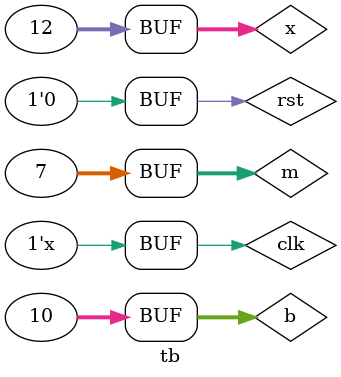
<source format=v>

`timescale 1ns/1ns

`define TEST_CASE_1

module tb;
   
   //////////////////////////////////////////////////////////////////////
   // I/O
   //////////////////////////////////////////////////////////////////////   
   parameter CLK_PERIOD = 10;
   reg clk;
   reg rst;

   // Connections
   /*AUTOWIRE*/
   // Beginning of automatic wires (for undeclared instantiated-module outputs)
   wire			valid;			// From IILC_0 of iter_integer_linear_calc.v
   wire [31:0]		y;			// From IILC_0 of iter_integer_linear_calc.v
   // End of automatics
   /*AUTOREGINPUT*/
   // Beginning of automatic reg inputs (for undeclared instantiated-module inputs)
   reg [31:0]		b;			// To IILC_0 of iter_integer_linear_calc.v
   reg [31:0]		m;			// To IILC_0 of iter_integer_linear_calc.v
   reg [31:0]		x;			// To IILC_0 of iter_integer_linear_calc.v
   // End of automatics
   
   //////////////////////////////////////////////////////////////////////
   // Clock Driver
   //////////////////////////////////////////////////////////////////////
   always @(clk)
     #(CLK_PERIOD / 2.0) clk <= !clk;
				   
   //////////////////////////////////////////////////////////////////////
   // Simulated interfaces
   //////////////////////////////////////////////////////////////////////   
      
   //////////////////////////////////////////////////////////////////////
   // UUT
   //////////////////////////////////////////////////////////////////////   
   iter_integer_linear_calc IILC_0(/*AUTOINST*/
				   // Outputs
				   .y			(y[31:0]),
				   .valid		(valid),
				   // Inputs
				   .clk			(clk),
				   .rst			(rst),
				   .m			(m[31:0]),
				   .x			(x[31:0]),
				   .b			(b[31:0])); 
   
   //////////////////////////////////////////////////////////////////////
   // Testbench
   //////////////////////////////////////////////////////////////////////   
   initial
     begin
	// Initializations
	clk = 1'b0;
	rst = 1'b1;
     end

   //////////////////////////////////////////////////////////////////////
   // Test case
   //////////////////////////////////////////////////////////////////////   
   `ifdef TEST_CASE_1
   initial
     begin
	b = 0;
	m = 0;
	x = 0; 
	// Reset	
	#(10 * CLK_PERIOD);
	rst = 1'b0;
	#(20* CLK_PERIOD);

	// Logging
	$display("");
	$display("------------------------------------------------------");
	$display("Test Case: TEST_CASE_1");

	// Stimulate UUT
	b = 10;
	#(10*CLK_PERIOD);
	x = 16;
	m = 11;

	#(100*CLK_PERIOD);
	x = 12;
	m = 7;
	
     end
   `endif

   //////////////////////////////////////////////////////////////////////
   // Tasks (e.g., writing data, etc.)
   //////////////////////////////////////////////////////////////////////   
   
   
   
endmodule

// Local Variables:
// verilog-library-flags:("-y ../")
// End:
   

</source>
